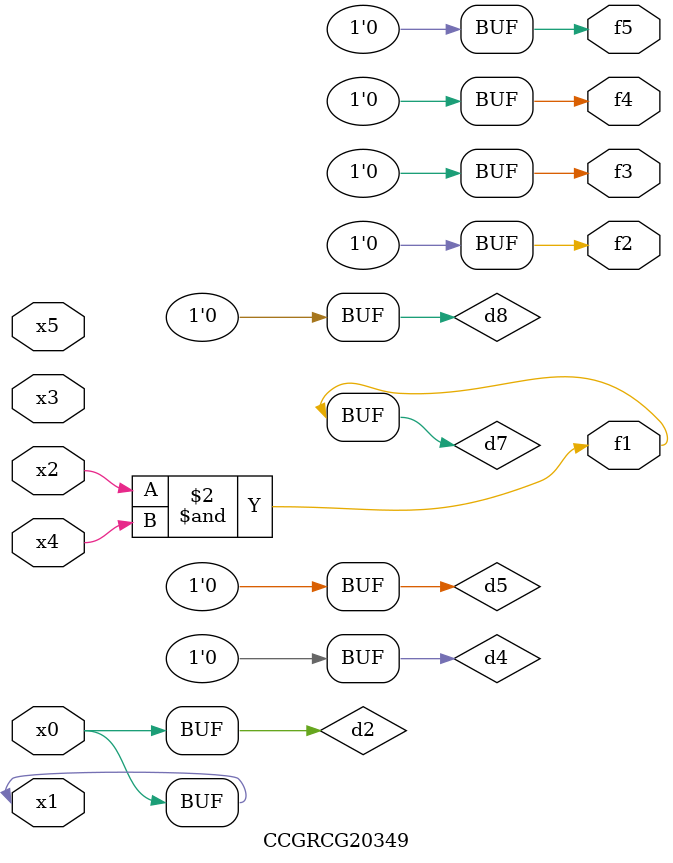
<source format=v>
module CCGRCG20349(
	input x0, x1, x2, x3, x4, x5,
	output f1, f2, f3, f4, f5
);

	wire d1, d2, d3, d4, d5, d6, d7, d8, d9;

	nand (d1, x1);
	buf (d2, x0, x1);
	nand (d3, x2, x4);
	and (d4, d1, d2);
	and (d5, d1, d2);
	nand (d6, d1, d3);
	not (d7, d3);
	xor (d8, d5);
	nor (d9, d5, d6);
	assign f1 = d7;
	assign f2 = d8;
	assign f3 = d8;
	assign f4 = d8;
	assign f5 = d8;
endmodule

</source>
